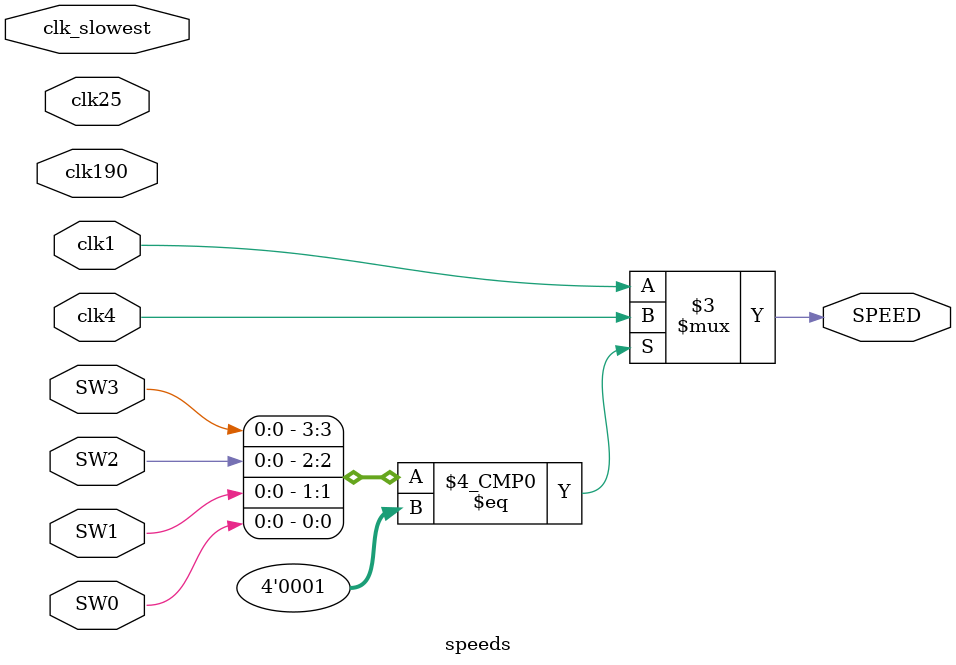
<source format=sv>
module speeds 
(
	input SW3, SW2, SW1, SW0,
	input clk190, clk25, clk4, clk1, clk_slowest,
	output logic SPEED
);

	always_comb
		case ({SW3, SW2, SW1, SW0}) 	
			4'b0001: SPEED = clk4; 		
			default SPEED = clk1;
		endcase
endmodule 
</source>
